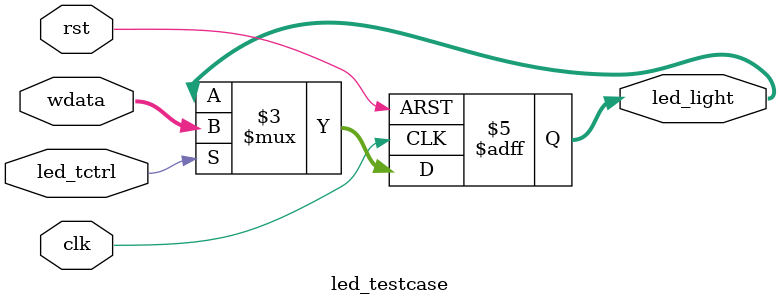
<source format=v>
`timescale 1ns / 1ps


module led_testcase(clk,rst,led_tctrl,wdata,led_light);
input clk,rst;
input led_tctrl;// means that the current station is io write(io presentation)
input[2:0] wdata;// the data should be shown
output reg[2:0] led_light;// output of led

always@(negedge clk or posedge rst) begin
        if(rst) begin
            led_light <= 3'b0000;
        end
		else begin
		    if(led_tctrl)
                led_light <= wdata;
//                  led_light = 16'hFFFF;
            else
                led_light <= led_light;       
        end
end

endmodule

</source>
